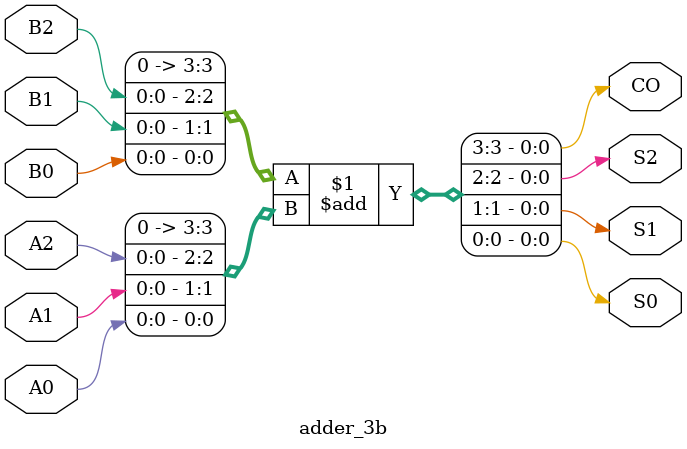
<source format=v>
module adder_3b (
    input A0, 
    input A1, 
    input A2,      
    input B0, 
    input B1, 
    input B2,      
    output S0, 
    output S1, 
    output S2,
    output CO
);

    assign {CO, S2, S1, S0} = {B2, B1, B0} + {A2, A1, A0};

endmodule


</source>
